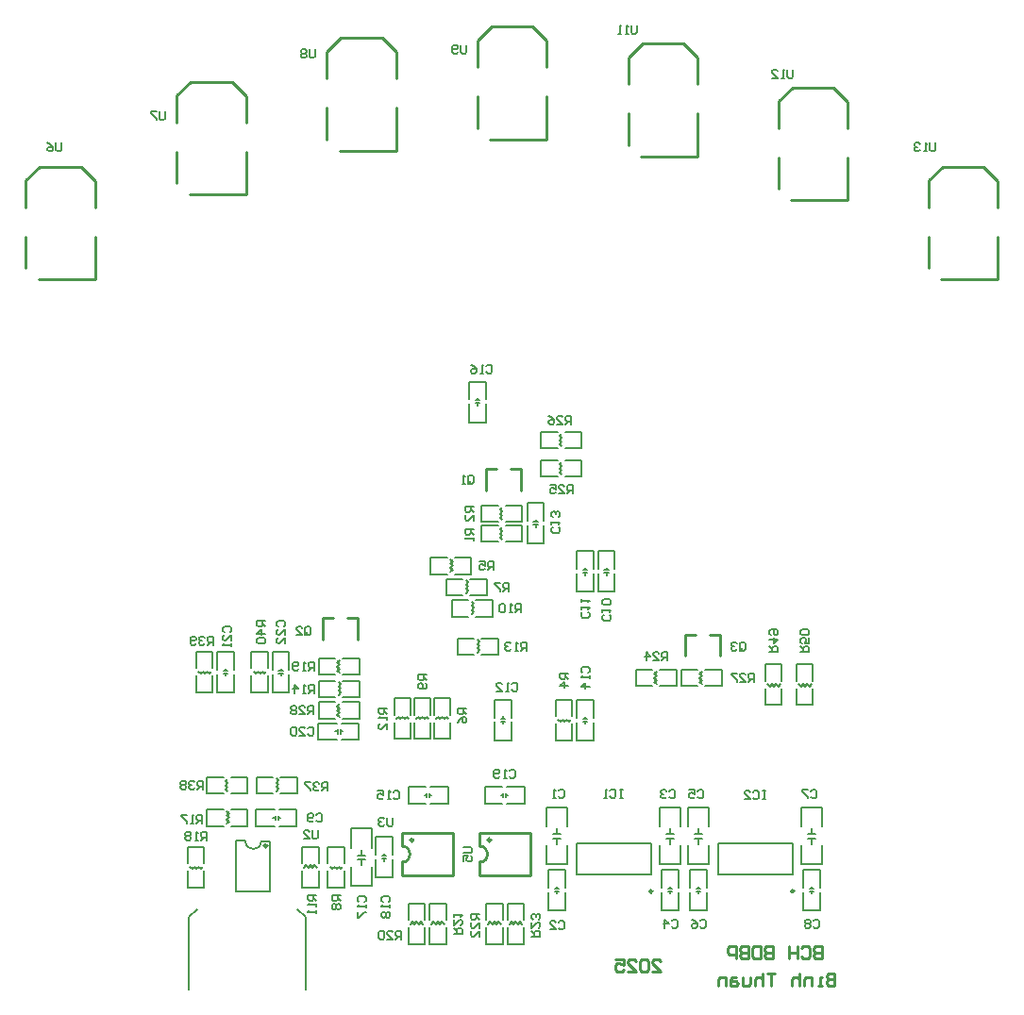
<source format=gbo>
G04*
G04 #@! TF.GenerationSoftware,Altium Limited,Altium Designer,23.1.1 (15)*
G04*
G04 Layer_Color=32896*
%FSAX25Y25*%
%MOIN*%
G70*
G04*
G04 #@! TF.SameCoordinates,B82E7E18-3205-491C-BA0E-7F24CF85224E*
G04*
G04*
G04 #@! TF.FilePolarity,Positive*
G04*
G01*
G75*
%ADD10C,0.00787*%
%ADD12C,0.00984*%
%ADD14C,0.00591*%
%ADD15C,0.01000*%
%ADD115C,0.00500*%
G36*
X0094404Y0063050D02*
X0094515D01*
X0094719Y0063134D01*
X0094876Y0063291D01*
X0094961Y0063495D01*
Y0063606D01*
Y0063717D01*
X0094876Y0063922D01*
X0094719Y0064078D01*
X0094515Y0064163D01*
X0094404D01*
X0094293D01*
X0094089Y0064078D01*
X0093932Y0063922D01*
X0093847Y0063717D01*
Y0063606D01*
Y0063495D01*
X0093932Y0063291D01*
X0094089Y0063134D01*
X0094293Y0063050D01*
X0094404D01*
D01*
D02*
G37*
G36*
X0146701Y0065701D02*
Y0065812D01*
X0146616Y0066017D01*
X0146459Y0066173D01*
X0146255Y0066258D01*
X0146144D01*
X0146033D01*
X0145829Y0066173D01*
X0145672Y0066017D01*
X0145587Y0065812D01*
Y0065701D01*
Y0065591D01*
X0145672Y0065386D01*
X0145829Y0065229D01*
X0146033Y0065144D01*
X0146144D01*
X0146255D01*
X0146459Y0065229D01*
X0146616Y0065386D01*
X0146701Y0065591D01*
Y0065701D01*
D01*
D02*
G37*
G36*
X0174098D02*
Y0065812D01*
X0174014Y0066017D01*
X0173857Y0066173D01*
X0173652Y0066258D01*
X0173542D01*
X0173431D01*
X0173226Y0066173D01*
X0173070Y0066017D01*
X0172985Y0065812D01*
Y0065701D01*
Y0065591D01*
X0173070Y0065386D01*
X0173226Y0065229D01*
X0173431Y0065144D01*
X0173542D01*
X0173652D01*
X0173857Y0065229D01*
X0174014Y0065386D01*
X0174098Y0065591D01*
Y0065701D01*
D01*
D02*
G37*
D10*
X0254311Y0053488D02*
Y0064512D01*
X0280689Y0053488D02*
Y0064512D01*
X0254311D02*
X0280689D01*
X0254311Y0053488D02*
X0280689D01*
X0204311Y0053405D02*
Y0064429D01*
X0230689Y0053405D02*
Y0064429D01*
X0204311D02*
X0230689D01*
X0204311Y0053405D02*
X0230689D01*
X0196250Y0067750D02*
X0198750D01*
X0197500Y0064250D02*
Y0066000D01*
Y0068000D02*
Y0069750D01*
X0196250Y0066250D02*
X0198750D01*
X0127250Y0060250D02*
X0129750D01*
X0128500Y0056750D02*
Y0058500D01*
Y0060500D02*
Y0062250D01*
X0127250Y0058750D02*
X0129750D01*
X0105717Y0041248D02*
X0108669Y0038295D01*
X0067331D02*
X0070284Y0041248D01*
X0067331Y0012705D02*
Y0038295D01*
X0108669Y0012705D02*
Y0038295D01*
X0286250Y0066250D02*
X0288750D01*
X0287500Y0068000D02*
Y0069750D01*
Y0064250D02*
Y0066000D01*
X0286250Y0067750D02*
X0288750D01*
X0246250Y0066250D02*
X0248750D01*
X0247500Y0068000D02*
Y0069750D01*
Y0064250D02*
Y0066000D01*
X0246250Y0067750D02*
X0248750D01*
X0236250Y0066250D02*
X0238750D01*
X0237500Y0068000D02*
Y0069750D01*
Y0064250D02*
Y0066000D01*
X0236250Y0067750D02*
X0238750D01*
X0111499Y0110001D02*
Y0112999D01*
X0109999D01*
X0109499Y0112500D01*
Y0111500D01*
X0109999Y0111000D01*
X0111499D01*
X0110499D02*
X0109499Y0110001D01*
X0106500D02*
X0108500D01*
X0106500Y0112000D01*
Y0112500D01*
X0107000Y0112999D01*
X0108000D01*
X0108500Y0112500D01*
X0105501D02*
X0105001Y0112999D01*
X0104001D01*
X0103501Y0112500D01*
Y0112000D01*
X0104001Y0111500D01*
X0103501Y0111000D01*
Y0110500D01*
X0104001Y0110001D01*
X0105001D01*
X0105501Y0110500D01*
Y0111000D01*
X0105001Y0111500D01*
X0105501Y0112000D01*
Y0112500D01*
X0105001Y0111500D02*
X0104001D01*
X0109499Y0105000D02*
X0109999Y0105499D01*
X0110999D01*
X0111499Y0105000D01*
Y0103000D01*
X0110999Y0102500D01*
X0109999D01*
X0109499Y0103000D01*
X0106500Y0102500D02*
X0108500D01*
X0106500Y0104500D01*
Y0105000D01*
X0107000Y0105499D01*
X0108000D01*
X0108500Y0105000D01*
X0105501D02*
X0105001Y0105499D01*
X0104001D01*
X0103501Y0105000D01*
Y0103000D01*
X0104001Y0102500D01*
X0105001D01*
X0105501Y0103000D01*
Y0105000D01*
X0111749Y0117500D02*
Y0120500D01*
X0110249D01*
X0109749Y0120000D01*
Y0119000D01*
X0110249Y0118500D01*
X0111749D01*
X0110749D02*
X0109749Y0117500D01*
X0108750D02*
X0107750D01*
X0108250D01*
Y0120500D01*
X0108750Y0120000D01*
X0104751Y0117500D02*
Y0120500D01*
X0106251Y0119000D01*
X0104251D01*
X0111749Y0125501D02*
Y0128499D01*
X0110249D01*
X0109749Y0128000D01*
Y0127000D01*
X0110249Y0126500D01*
X0111749D01*
X0110749D02*
X0109749Y0125501D01*
X0108750D02*
X0107750D01*
X0108250D01*
Y0128499D01*
X0108750Y0128000D01*
X0106251Y0126000D02*
X0105751Y0125501D01*
X0104751D01*
X0104251Y0126000D01*
Y0128000D01*
X0104751Y0128499D01*
X0105751D01*
X0106251Y0128000D01*
Y0127500D01*
X0105751Y0127000D01*
X0104251D01*
X0112999Y0068999D02*
Y0066500D01*
X0112499Y0066000D01*
X0111500D01*
X0111000Y0066500D01*
Y0068999D01*
X0108001Y0066000D02*
X0110000D01*
X0108001Y0068000D01*
Y0068500D01*
X0108501Y0068999D01*
X0109500D01*
X0110000Y0068500D01*
X0112500Y0074500D02*
X0113000Y0074999D01*
X0113999D01*
X0114499Y0074500D01*
Y0072500D01*
X0113999Y0072000D01*
X0113000D01*
X0112500Y0072500D01*
X0111500D02*
X0111000Y0072000D01*
X0110001D01*
X0109501Y0072500D01*
Y0074500D01*
X0110001Y0074999D01*
X0111000D01*
X0111500Y0074500D01*
Y0074000D01*
X0111000Y0073500D01*
X0109501D01*
X0116499Y0083000D02*
Y0086000D01*
X0114999D01*
X0114499Y0085500D01*
Y0084500D01*
X0114999Y0084000D01*
X0116499D01*
X0115499D02*
X0114499Y0083000D01*
X0113500Y0085500D02*
X0113000Y0086000D01*
X0112000D01*
X0111500Y0085500D01*
Y0085000D01*
X0112000Y0084500D01*
X0112500D01*
X0112000D01*
X0111500Y0084000D01*
Y0083500D01*
X0112000Y0083000D01*
X0113000D01*
X0113500Y0083500D01*
X0110501Y0086000D02*
X0108501D01*
Y0085500D01*
X0110501Y0083500D01*
Y0083000D01*
X0164500Y0062999D02*
X0167000D01*
X0167499Y0062499D01*
Y0061500D01*
X0167000Y0061000D01*
X0164500D01*
Y0058001D02*
Y0060000D01*
X0166000D01*
X0165500Y0059000D01*
Y0058501D01*
X0166000Y0058001D01*
X0167000D01*
X0167499Y0058501D01*
Y0059500D01*
X0167000Y0060000D01*
X0180749Y0090000D02*
X0181249Y0090500D01*
X0182249D01*
X0182749Y0090000D01*
Y0088000D01*
X0182249Y0087501D01*
X0181249D01*
X0180749Y0088000D01*
X0179750Y0087501D02*
X0178750D01*
X0179250D01*
Y0090500D01*
X0179750Y0090000D01*
X0177251Y0088000D02*
X0176751Y0087501D01*
X0175751D01*
X0175251Y0088000D01*
Y0090000D01*
X0175751Y0090500D01*
X0176751D01*
X0177251Y0090000D01*
Y0089500D01*
X0176751Y0089000D01*
X0175251D01*
X0206500Y0124749D02*
X0206000Y0125249D01*
Y0126249D01*
X0206500Y0126749D01*
X0208500D01*
X0208999Y0126249D01*
Y0125249D01*
X0208500Y0124749D01*
X0208999Y0123750D02*
Y0122750D01*
Y0123250D01*
X0206000D01*
X0206500Y0123750D01*
X0208999Y0119751D02*
X0206000D01*
X0207500Y0121251D01*
Y0119251D01*
X0201500Y0124499D02*
X0198501D01*
Y0123000D01*
X0199000Y0122500D01*
X0200000D01*
X0200500Y0123000D01*
Y0124499D01*
Y0123500D02*
X0201500Y0122500D01*
Y0120001D02*
X0198501D01*
X0200000Y0121500D01*
Y0119501D01*
X0236499Y0129000D02*
Y0132000D01*
X0234999D01*
X0234499Y0131500D01*
Y0130500D01*
X0234999Y0130000D01*
X0236499D01*
X0235499D02*
X0234499Y0129000D01*
X0231500D02*
X0233500D01*
X0231500Y0131000D01*
Y0131500D01*
X0232000Y0132000D01*
X0233000D01*
X0233500Y0131500D01*
X0229001Y0129000D02*
Y0132000D01*
X0230501Y0130500D01*
X0228501D01*
X0262000Y0133000D02*
Y0135000D01*
X0262500Y0135500D01*
X0263499D01*
X0263999Y0135000D01*
Y0133000D01*
X0263499Y0132501D01*
X0262500D01*
X0263000Y0133500D02*
X0262000Y0132501D01*
X0262500D02*
X0262000Y0133000D01*
X0261000Y0135000D02*
X0260500Y0135500D01*
X0259501D01*
X0259001Y0135000D01*
Y0134500D01*
X0259501Y0134000D01*
X0260000D01*
X0259501D01*
X0259001Y0133500D01*
Y0133000D01*
X0259501Y0132501D01*
X0260500D01*
X0261000Y0133000D01*
X0266999Y0121501D02*
Y0124499D01*
X0265499D01*
X0264999Y0124000D01*
Y0123000D01*
X0265499Y0122500D01*
X0266999D01*
X0265999D02*
X0264999Y0121501D01*
X0262000D02*
X0264000D01*
X0262000Y0123500D01*
Y0124000D01*
X0262500Y0124499D01*
X0263500D01*
X0264000Y0124000D01*
X0261001Y0124499D02*
X0259001D01*
Y0124000D01*
X0261001Y0122000D01*
Y0121501D01*
X0272500Y0132001D02*
X0275500D01*
Y0133501D01*
X0275000Y0134001D01*
X0274000D01*
X0273500Y0133501D01*
Y0132001D01*
Y0133001D02*
X0272500Y0134001D01*
Y0136500D02*
X0275500D01*
X0274000Y0135000D01*
Y0137000D01*
X0273000Y0137999D02*
X0272500Y0138499D01*
Y0139499D01*
X0273000Y0139999D01*
X0275000D01*
X0275500Y0139499D01*
Y0138499D01*
X0275000Y0137999D01*
X0274500D01*
X0274000Y0138499D01*
Y0139999D01*
X0283501Y0132001D02*
X0286500D01*
Y0133501D01*
X0286000Y0134001D01*
X0285000D01*
X0284500Y0133501D01*
Y0132001D01*
Y0133001D02*
X0283501Y0134001D01*
X0286500Y0137000D02*
Y0135000D01*
X0285000D01*
X0285500Y0136000D01*
Y0136500D01*
X0285000Y0137000D01*
X0284000D01*
X0283501Y0136500D01*
Y0135500D01*
X0284000Y0135000D01*
X0286000Y0137999D02*
X0286500Y0138499D01*
Y0139499D01*
X0286000Y0139999D01*
X0284000D01*
X0283501Y0139499D01*
Y0138499D01*
X0284000Y0137999D01*
X0286000D01*
X0072499Y0083500D02*
Y0086500D01*
X0070999D01*
X0070499Y0086000D01*
Y0085000D01*
X0070999Y0084500D01*
X0072499D01*
X0071499D02*
X0070499Y0083500D01*
X0069500Y0086000D02*
X0069000Y0086500D01*
X0068000D01*
X0067500Y0086000D01*
Y0085500D01*
X0068000Y0085000D01*
X0068500D01*
X0068000D01*
X0067500Y0084500D01*
Y0084000D01*
X0068000Y0083500D01*
X0069000D01*
X0069500Y0084000D01*
X0066501Y0086000D02*
X0066001Y0086500D01*
X0065001D01*
X0064501Y0086000D01*
Y0085500D01*
X0065001Y0085000D01*
X0064501Y0084500D01*
Y0084000D01*
X0065001Y0083500D01*
X0066001D01*
X0066501Y0084000D01*
Y0084500D01*
X0066001Y0085000D01*
X0066501Y0085500D01*
Y0086000D01*
X0066001Y0085000D02*
X0065001D01*
X0073749Y0065500D02*
Y0068499D01*
X0072249D01*
X0071749Y0068000D01*
Y0067000D01*
X0072249Y0066500D01*
X0073749D01*
X0072749D02*
X0071749Y0065500D01*
X0070750D02*
X0069750D01*
X0070250D01*
Y0068499D01*
X0070750Y0068000D01*
X0068251D02*
X0067751Y0068499D01*
X0066751D01*
X0066251Y0068000D01*
Y0067500D01*
X0066751Y0067000D01*
X0066251Y0066500D01*
Y0066000D01*
X0066751Y0065500D01*
X0067751D01*
X0068251Y0066000D01*
Y0066500D01*
X0067751Y0067000D01*
X0068251Y0067500D01*
Y0068000D01*
X0067751Y0067000D02*
X0066751D01*
X0072249Y0071500D02*
Y0074499D01*
X0070749D01*
X0070249Y0074000D01*
Y0073000D01*
X0070749Y0072500D01*
X0072249D01*
X0071249D02*
X0070249Y0071500D01*
X0069250D02*
X0068250D01*
X0068750D01*
Y0074499D01*
X0069250Y0074000D01*
X0066751Y0074499D02*
X0064751D01*
Y0074000D01*
X0066751Y0072000D01*
Y0071500D01*
X0271249Y0082999D02*
X0270249D01*
X0270749D01*
Y0080001D01*
X0271249D01*
X0270249D01*
X0266750Y0082500D02*
X0267250Y0082999D01*
X0268250D01*
X0268750Y0082500D01*
Y0080500D01*
X0268250Y0080001D01*
X0267250D01*
X0266750Y0080500D01*
X0263751Y0080001D02*
X0265751D01*
X0263751Y0082000D01*
Y0082500D01*
X0264251Y0082999D01*
X0265251D01*
X0265751Y0082500D01*
X0288000Y0037000D02*
X0288500Y0037499D01*
X0289499D01*
X0289999Y0037000D01*
Y0035000D01*
X0289499Y0034501D01*
X0288500D01*
X0288000Y0035000D01*
X0287000Y0037000D02*
X0286500Y0037499D01*
X0285501D01*
X0285001Y0037000D01*
Y0036500D01*
X0285501Y0036000D01*
X0285001Y0035500D01*
Y0035000D01*
X0285501Y0034501D01*
X0286500D01*
X0287000Y0035000D01*
Y0035500D01*
X0286500Y0036000D01*
X0287000Y0036500D01*
Y0037000D01*
X0286500Y0036000D02*
X0285501D01*
X0238000Y0037000D02*
X0238500Y0037499D01*
X0239499D01*
X0239999Y0037000D01*
Y0035000D01*
X0239499Y0034501D01*
X0238500D01*
X0238000Y0035000D01*
X0235501Y0034501D02*
Y0037499D01*
X0237000Y0036000D01*
X0235001D01*
X0248000Y0037000D02*
X0248500Y0037499D01*
X0249499D01*
X0249999Y0037000D01*
Y0035000D01*
X0249499Y0034501D01*
X0248500D01*
X0248000Y0035000D01*
X0245001Y0037499D02*
X0246001Y0037000D01*
X0247000Y0036000D01*
Y0035000D01*
X0246500Y0034501D01*
X0245501D01*
X0245001Y0035000D01*
Y0035500D01*
X0245501Y0036000D01*
X0247000D01*
X0220749Y0083499D02*
X0219749D01*
X0220249D01*
Y0080501D01*
X0220749D01*
X0219749D01*
X0216250Y0083000D02*
X0216750Y0083499D01*
X0217750D01*
X0218250Y0083000D01*
Y0081000D01*
X0217750Y0080501D01*
X0216750D01*
X0216250Y0081000D01*
X0215251Y0080501D02*
X0214251D01*
X0214751D01*
Y0083499D01*
X0215251Y0083000D01*
X0198000D02*
X0198500Y0083499D01*
X0199499D01*
X0199999Y0083000D01*
Y0081000D01*
X0199499Y0080501D01*
X0198500D01*
X0198000Y0081000D01*
X0197000Y0080501D02*
X0196001D01*
X0196501D01*
Y0083499D01*
X0197000Y0083000D01*
X0198000Y0036500D02*
X0198500Y0036999D01*
X0199499D01*
X0199999Y0036500D01*
Y0034500D01*
X0199499Y0034001D01*
X0198500D01*
X0198000Y0034500D01*
X0195001Y0034001D02*
X0197000D01*
X0195001Y0036000D01*
Y0036500D01*
X0195501Y0036999D01*
X0196500D01*
X0197000Y0036500D01*
X0170000Y0039499D02*
X0167000D01*
Y0037999D01*
X0167500Y0037499D01*
X0168500D01*
X0169000Y0037999D01*
Y0039499D01*
Y0038499D02*
X0170000Y0037499D01*
Y0034500D02*
Y0036500D01*
X0168000Y0034500D01*
X0167500D01*
X0167000Y0035000D01*
Y0036000D01*
X0167500Y0036500D01*
X0170000Y0031501D02*
Y0033501D01*
X0168000Y0031501D01*
X0167500D01*
X0167000Y0032001D01*
Y0033001D01*
X0167500Y0033501D01*
X0188500Y0031501D02*
X0191499D01*
Y0033001D01*
X0191000Y0033501D01*
X0190000D01*
X0189500Y0033001D01*
Y0031501D01*
Y0032501D02*
X0188500Y0033501D01*
Y0036500D02*
Y0034500D01*
X0190500Y0036500D01*
X0191000D01*
X0191499Y0036000D01*
Y0035000D01*
X0191000Y0034500D01*
Y0037499D02*
X0191499Y0037999D01*
Y0038999D01*
X0191000Y0039499D01*
X0190500D01*
X0190000Y0038999D01*
Y0038499D01*
Y0038999D01*
X0189500Y0039499D01*
X0189000D01*
X0188500Y0038999D01*
Y0037999D01*
X0189000Y0037499D01*
X0139749Y0082500D02*
X0140249Y0082999D01*
X0141249D01*
X0141749Y0082500D01*
Y0080500D01*
X0141249Y0080001D01*
X0140249D01*
X0139749Y0080500D01*
X0138750Y0080001D02*
X0137750D01*
X0138250D01*
Y0082999D01*
X0138750Y0082500D01*
X0134251Y0082999D02*
X0136251D01*
Y0081500D01*
X0135251Y0082000D01*
X0134751D01*
X0134251Y0081500D01*
Y0080500D01*
X0134751Y0080001D01*
X0135751D01*
X0136251Y0080500D01*
X0139499Y0073500D02*
Y0071000D01*
X0138999Y0070500D01*
X0138000D01*
X0137500Y0071000D01*
Y0073500D01*
X0136500Y0073000D02*
X0136000Y0073500D01*
X0135001D01*
X0134501Y0073000D01*
Y0072500D01*
X0135001Y0072000D01*
X0135501D01*
X0135001D01*
X0134501Y0071500D01*
Y0071000D01*
X0135001Y0070500D01*
X0136000D01*
X0136500Y0071000D01*
X0136000Y0043749D02*
X0135501Y0044249D01*
Y0045249D01*
X0136000Y0045749D01*
X0138000D01*
X0138499Y0045249D01*
Y0044249D01*
X0138000Y0043749D01*
X0138499Y0042750D02*
Y0041750D01*
Y0042250D01*
X0135501D01*
X0136000Y0042750D01*
Y0040251D02*
X0135501Y0039751D01*
Y0038751D01*
X0136000Y0038251D01*
X0136500D01*
X0137000Y0038751D01*
X0137500Y0038251D01*
X0138000D01*
X0138499Y0038751D01*
Y0039751D01*
X0138000Y0040251D01*
X0137500D01*
X0137000Y0039751D01*
X0136500Y0040251D01*
X0136000D01*
X0137000Y0039751D02*
Y0038751D01*
X0127500Y0043749D02*
X0127000Y0044249D01*
Y0045249D01*
X0127500Y0045749D01*
X0129500D01*
X0129999Y0045249D01*
Y0044249D01*
X0129500Y0043749D01*
X0129999Y0042750D02*
Y0041750D01*
Y0042250D01*
X0127000D01*
X0127500Y0042750D01*
X0127000Y0040251D02*
Y0038251D01*
X0127500D01*
X0129500Y0040251D01*
X0129999D01*
X0112499Y0046249D02*
X0109501D01*
Y0044749D01*
X0110000Y0044250D01*
X0111000D01*
X0111500Y0044749D01*
Y0046249D01*
Y0045249D02*
X0112499Y0044250D01*
Y0043250D02*
Y0042250D01*
Y0042750D01*
X0109501D01*
X0110000Y0043250D01*
X0112499Y0040751D02*
Y0039751D01*
Y0040251D01*
X0109501D01*
X0110000Y0040751D01*
X0121000Y0045999D02*
X0118000D01*
Y0044500D01*
X0118500Y0044000D01*
X0119500D01*
X0120000Y0044500D01*
Y0045999D01*
Y0045000D02*
X0121000Y0044000D01*
X0118500Y0043000D02*
X0118000Y0042500D01*
Y0041501D01*
X0118500Y0041001D01*
X0119000D01*
X0119500Y0041501D01*
X0120000Y0041001D01*
X0120500D01*
X0121000Y0041501D01*
Y0042500D01*
X0120500Y0043000D01*
X0120000D01*
X0119500Y0042500D01*
X0119000Y0043000D01*
X0118500D01*
X0119500Y0042500D02*
Y0041501D01*
X0331249Y0312000D02*
Y0309500D01*
X0330749Y0309000D01*
X0329749D01*
X0329249Y0309500D01*
Y0312000D01*
X0328250Y0309000D02*
X0327250D01*
X0327750D01*
Y0312000D01*
X0328250Y0311500D01*
X0325751D02*
X0325251Y0312000D01*
X0324251D01*
X0323751Y0311500D01*
Y0311000D01*
X0324251Y0310500D01*
X0324751D01*
X0324251D01*
X0323751Y0310000D01*
Y0309500D01*
X0324251Y0309000D01*
X0325251D01*
X0325751Y0309500D01*
X0280800Y0337899D02*
Y0335400D01*
X0280300Y0334900D01*
X0279300D01*
X0278801Y0335400D01*
Y0337899D01*
X0277801Y0334900D02*
X0276801D01*
X0277301D01*
Y0337899D01*
X0277801Y0337399D01*
X0273302Y0334900D02*
X0275302D01*
X0273302Y0336899D01*
Y0337399D01*
X0273802Y0337899D01*
X0274802D01*
X0275302Y0337399D01*
X0225749Y0353500D02*
Y0351000D01*
X0225249Y0350500D01*
X0224249D01*
X0223750Y0351000D01*
Y0353500D01*
X0222750Y0350500D02*
X0221750D01*
X0222250D01*
Y0353500D01*
X0222750Y0353000D01*
X0220251Y0350500D02*
X0219251D01*
X0219751D01*
Y0353500D01*
X0220251Y0353000D01*
X0165499Y0346499D02*
Y0344000D01*
X0164999Y0343500D01*
X0164000D01*
X0163500Y0344000D01*
Y0346499D01*
X0162500Y0344000D02*
X0162000Y0343500D01*
X0161001D01*
X0160501Y0344000D01*
Y0346000D01*
X0161001Y0346499D01*
X0162000D01*
X0162500Y0346000D01*
Y0345500D01*
X0162000Y0345000D01*
X0160501D01*
X0111999Y0345000D02*
Y0342500D01*
X0111499Y0342001D01*
X0110500D01*
X0110000Y0342500D01*
Y0345000D01*
X0109000Y0344500D02*
X0108500Y0345000D01*
X0107501D01*
X0107001Y0344500D01*
Y0344000D01*
X0107501Y0343500D01*
X0107001Y0343000D01*
Y0342500D01*
X0107501Y0342001D01*
X0108500D01*
X0109000Y0342500D01*
Y0343000D01*
X0108500Y0343500D01*
X0109000Y0344000D01*
Y0344500D01*
X0108500Y0343500D02*
X0107501D01*
X0058999Y0323000D02*
Y0320500D01*
X0058499Y0320001D01*
X0057500D01*
X0057000Y0320500D01*
Y0323000D01*
X0056000D02*
X0054001D01*
Y0322500D01*
X0056000Y0320500D01*
Y0320001D01*
X0022499Y0312000D02*
Y0309500D01*
X0021999Y0309000D01*
X0021000D01*
X0020500Y0309500D01*
Y0312000D01*
X0017501D02*
X0018500Y0311500D01*
X0019500Y0310500D01*
Y0309500D01*
X0019000Y0309000D01*
X0018001D01*
X0017501Y0309500D01*
Y0310000D01*
X0018001Y0310500D01*
X0019500D01*
X0094499Y0142999D02*
X0091501D01*
Y0141499D01*
X0092000Y0140999D01*
X0093000D01*
X0093500Y0141499D01*
Y0142999D01*
Y0141999D02*
X0094499Y0140999D01*
Y0138500D02*
X0091501D01*
X0093000Y0140000D01*
Y0138000D01*
X0092000Y0137001D02*
X0091501Y0136501D01*
Y0135501D01*
X0092000Y0135001D01*
X0094000D01*
X0094499Y0135501D01*
Y0136501D01*
X0094000Y0137001D01*
X0092000D01*
X0075999Y0134501D02*
Y0137499D01*
X0074499D01*
X0073999Y0137000D01*
Y0136000D01*
X0074499Y0135500D01*
X0075999D01*
X0074999D02*
X0073999Y0134501D01*
X0073000Y0137000D02*
X0072500Y0137499D01*
X0071500D01*
X0071000Y0137000D01*
Y0136500D01*
X0071500Y0136000D01*
X0072000D01*
X0071500D01*
X0071000Y0135500D01*
Y0135000D01*
X0071500Y0134501D01*
X0072500D01*
X0073000Y0135000D01*
X0070001D02*
X0069501Y0134501D01*
X0068501D01*
X0068001Y0135000D01*
Y0137000D01*
X0068501Y0137499D01*
X0069501D01*
X0070001Y0137000D01*
Y0136500D01*
X0069501Y0136000D01*
X0068001D01*
X0202499Y0212501D02*
Y0215499D01*
X0200999D01*
X0200499Y0215000D01*
Y0214000D01*
X0200999Y0213500D01*
X0202499D01*
X0201499D02*
X0200499Y0212501D01*
X0197500D02*
X0199500D01*
X0197500Y0214500D01*
Y0215000D01*
X0198000Y0215499D01*
X0199000D01*
X0199500Y0215000D01*
X0194501Y0215499D02*
X0195501Y0215000D01*
X0196501Y0214000D01*
Y0213000D01*
X0196001Y0212501D01*
X0195001D01*
X0194501Y0213000D01*
Y0213500D01*
X0195001Y0214000D01*
X0196501D01*
X0202999Y0188001D02*
Y0190999D01*
X0201499D01*
X0200999Y0190500D01*
Y0189500D01*
X0201499Y0189000D01*
X0202999D01*
X0201999D02*
X0200999Y0188001D01*
X0198000D02*
X0200000D01*
X0198000Y0190000D01*
Y0190500D01*
X0198500Y0190999D01*
X0199500D01*
X0200000Y0190500D01*
X0195001Y0190999D02*
X0197001D01*
Y0189500D01*
X0196001Y0190000D01*
X0195501D01*
X0195001Y0189500D01*
Y0188500D01*
X0195501Y0188001D01*
X0196501D01*
X0197001Y0188500D01*
X0161001Y0032501D02*
X0163999D01*
Y0034001D01*
X0163500Y0034501D01*
X0162500D01*
X0162000Y0034001D01*
Y0032501D01*
Y0033501D02*
X0161001Y0034501D01*
Y0037499D02*
Y0035500D01*
X0163000Y0037499D01*
X0163500D01*
X0163999Y0037000D01*
Y0036000D01*
X0163500Y0035500D01*
X0161001Y0038499D02*
Y0039499D01*
Y0038999D01*
X0163999D01*
X0163500Y0038499D01*
X0142499Y0030501D02*
Y0033500D01*
X0140999D01*
X0140499Y0033000D01*
Y0032000D01*
X0140999Y0031500D01*
X0142499D01*
X0141499D02*
X0140499Y0030501D01*
X0137500D02*
X0139500D01*
X0137500Y0032500D01*
Y0033000D01*
X0138000Y0033500D01*
X0139000D01*
X0139500Y0033000D01*
X0136501D02*
X0136001Y0033500D01*
X0135001D01*
X0134501Y0033000D01*
Y0031000D01*
X0135001Y0030501D01*
X0136001D01*
X0136501Y0031000D01*
Y0033000D01*
X0186749Y0132501D02*
Y0135500D01*
X0185249D01*
X0184749Y0135000D01*
Y0134000D01*
X0185249Y0133500D01*
X0186749D01*
X0185749D02*
X0184749Y0132501D01*
X0183750D02*
X0182750D01*
X0183250D01*
Y0135500D01*
X0183750Y0135000D01*
X0181251D02*
X0180751Y0135500D01*
X0179751D01*
X0179251Y0135000D01*
Y0134500D01*
X0179751Y0134000D01*
X0180251D01*
X0179751D01*
X0179251Y0133500D01*
Y0133000D01*
X0179751Y0132501D01*
X0180751D01*
X0181251Y0133000D01*
X0137499Y0112249D02*
X0134501D01*
Y0110749D01*
X0135000Y0110249D01*
X0136000D01*
X0136500Y0110749D01*
Y0112249D01*
Y0111249D02*
X0137499Y0110249D01*
Y0109250D02*
Y0108250D01*
Y0108750D01*
X0134501D01*
X0135000Y0109250D01*
X0137499Y0104751D02*
Y0106751D01*
X0135500Y0104751D01*
X0135000D01*
X0134501Y0105251D01*
Y0106251D01*
X0135000Y0106751D01*
X0184749Y0146001D02*
Y0149000D01*
X0183249D01*
X0182749Y0148500D01*
Y0147500D01*
X0183249Y0147000D01*
X0184749D01*
X0183749D02*
X0182749Y0146001D01*
X0181750D02*
X0180750D01*
X0181250D01*
Y0149000D01*
X0181750Y0148500D01*
X0179251D02*
X0178751Y0149000D01*
X0177751D01*
X0177251Y0148500D01*
Y0146500D01*
X0177751Y0146001D01*
X0178751D01*
X0179251Y0146500D01*
Y0148500D01*
X0151499Y0123999D02*
X0148501D01*
Y0122500D01*
X0149000Y0122000D01*
X0150000D01*
X0150500Y0122500D01*
Y0123999D01*
Y0123000D02*
X0151499Y0122000D01*
X0151000Y0121000D02*
X0151499Y0120500D01*
Y0119501D01*
X0151000Y0119001D01*
X0149000D01*
X0148501Y0119501D01*
Y0120500D01*
X0149000Y0121000D01*
X0149500D01*
X0150000Y0120500D01*
Y0119001D01*
X0180499Y0153500D02*
Y0156500D01*
X0179000D01*
X0178500Y0156000D01*
Y0155000D01*
X0179000Y0154500D01*
X0180499D01*
X0179499D02*
X0178500Y0153500D01*
X0177500Y0156500D02*
X0175501D01*
Y0156000D01*
X0177500Y0154000D01*
Y0153500D01*
X0165499Y0111999D02*
X0162501D01*
Y0110500D01*
X0163000Y0110000D01*
X0164000D01*
X0164500Y0110500D01*
Y0111999D01*
Y0111000D02*
X0165499Y0110000D01*
X0162501Y0107001D02*
X0163000Y0108001D01*
X0164000Y0109000D01*
X0165000D01*
X0165499Y0108500D01*
Y0107501D01*
X0165000Y0107001D01*
X0164500D01*
X0164000Y0107501D01*
Y0109000D01*
X0174999Y0161001D02*
Y0163999D01*
X0173500D01*
X0173000Y0163500D01*
Y0162500D01*
X0173500Y0162000D01*
X0174999D01*
X0174000D02*
X0173000Y0161001D01*
X0170001Y0163999D02*
X0172000D01*
Y0162500D01*
X0171001Y0163000D01*
X0170501D01*
X0170001Y0162500D01*
Y0161500D01*
X0170501Y0161001D01*
X0171500D01*
X0172000Y0161500D01*
X0167999Y0183499D02*
X0165000D01*
Y0182000D01*
X0165500Y0181500D01*
X0166500D01*
X0167000Y0182000D01*
Y0183499D01*
Y0182500D02*
X0167999Y0181500D01*
Y0178501D02*
Y0180500D01*
X0166000Y0178501D01*
X0165500D01*
X0165000Y0179001D01*
Y0180000D01*
X0165500Y0180500D01*
X0167999Y0175499D02*
X0165000D01*
Y0174000D01*
X0165500Y0173500D01*
X0166500D01*
X0167000Y0174000D01*
Y0175499D01*
Y0174500D02*
X0167999Y0173500D01*
Y0172500D02*
Y0171501D01*
Y0172001D01*
X0165000D01*
X0165500Y0172500D01*
X0108500Y0138500D02*
Y0140500D01*
X0109000Y0140999D01*
X0109999D01*
X0110499Y0140500D01*
Y0138500D01*
X0109999Y0138001D01*
X0109000D01*
X0109500Y0139000D02*
X0108500Y0138001D01*
X0109000D02*
X0108500Y0138500D01*
X0105501Y0138001D02*
X0107500D01*
X0105501Y0140000D01*
Y0140500D01*
X0106001Y0140999D01*
X0107000D01*
X0107500Y0140500D01*
X0166000Y0192000D02*
Y0194000D01*
X0166500Y0194500D01*
X0167499D01*
X0167999Y0194000D01*
Y0192000D01*
X0167499Y0191500D01*
X0166500D01*
X0167000Y0192500D02*
X0166000Y0191500D01*
X0166500D02*
X0166000Y0192000D01*
X0165000Y0191500D02*
X0164001D01*
X0164500D01*
Y0194500D01*
X0165000Y0194000D01*
X0099000Y0140999D02*
X0098501Y0141499D01*
Y0142499D01*
X0099000Y0142999D01*
X0101000D01*
X0101499Y0142499D01*
Y0141499D01*
X0101000Y0140999D01*
X0101499Y0138000D02*
Y0140000D01*
X0099500Y0138000D01*
X0099000D01*
X0098501Y0138500D01*
Y0139500D01*
X0099000Y0140000D01*
X0101499Y0135001D02*
Y0137001D01*
X0099500Y0135001D01*
X0099000D01*
X0098501Y0135501D01*
Y0136501D01*
X0099000Y0137001D01*
X0080000Y0138999D02*
X0079501Y0139499D01*
Y0140499D01*
X0080000Y0140999D01*
X0082000D01*
X0082499Y0140499D01*
Y0139499D01*
X0082000Y0138999D01*
X0082499Y0136001D02*
Y0138000D01*
X0080500Y0136001D01*
X0080000D01*
X0079501Y0136500D01*
Y0137500D01*
X0080000Y0138000D01*
X0082499Y0135001D02*
Y0134001D01*
Y0134501D01*
X0079501D01*
X0080000Y0135001D01*
X0172601Y0233099D02*
X0173100Y0233599D01*
X0174100D01*
X0174600Y0233099D01*
Y0231100D01*
X0174100Y0230600D01*
X0173100D01*
X0172601Y0231100D01*
X0171601Y0230600D02*
X0170601D01*
X0171101D01*
Y0233599D01*
X0171601Y0233099D01*
X0167102Y0233599D02*
X0168102Y0233099D01*
X0169102Y0232100D01*
Y0231100D01*
X0168602Y0230600D01*
X0167602D01*
X0167102Y0231100D01*
Y0231600D01*
X0167602Y0232100D01*
X0169102D01*
X0198000Y0176251D02*
X0198500Y0175751D01*
Y0174751D01*
X0198000Y0174251D01*
X0196000D01*
X0195501Y0174751D01*
Y0175751D01*
X0196000Y0176251D01*
X0195501Y0177250D02*
Y0178250D01*
Y0177750D01*
X0198500D01*
X0198000Y0177250D01*
Y0179749D02*
X0198500Y0180249D01*
Y0181249D01*
X0198000Y0181749D01*
X0197500D01*
X0197000Y0181249D01*
Y0180749D01*
Y0181249D01*
X0196500Y0181749D01*
X0196000D01*
X0195501Y0181249D01*
Y0180249D01*
X0196000Y0179749D01*
X0181601Y0120656D02*
X0182100Y0121156D01*
X0183100D01*
X0183600Y0120656D01*
Y0118657D01*
X0183100Y0118157D01*
X0182100D01*
X0181601Y0118657D01*
X0180601Y0118157D02*
X0179601D01*
X0180101D01*
Y0121156D01*
X0180601Y0120656D01*
X0176102Y0118157D02*
X0178102D01*
X0176102Y0120156D01*
Y0120656D01*
X0176602Y0121156D01*
X0177602D01*
X0178102Y0120656D01*
X0208500Y0146250D02*
X0208999Y0145751D01*
Y0144751D01*
X0208500Y0144251D01*
X0206500D01*
X0206000Y0144751D01*
Y0145751D01*
X0206500Y0146250D01*
X0206000Y0147250D02*
Y0148250D01*
Y0147750D01*
X0208999D01*
X0208500Y0147250D01*
X0206000Y0149749D02*
Y0150749D01*
Y0150249D01*
X0208999D01*
X0208500Y0149749D01*
X0216000Y0145251D02*
X0216499Y0144751D01*
Y0143751D01*
X0216000Y0143251D01*
X0214000D01*
X0213500Y0143751D01*
Y0144751D01*
X0214000Y0145251D01*
X0213500Y0146250D02*
Y0147250D01*
Y0146750D01*
X0216499D01*
X0216000Y0146250D01*
Y0148749D02*
X0216499Y0149249D01*
Y0150249D01*
X0216000Y0150749D01*
X0214000D01*
X0213500Y0150249D01*
Y0149249D01*
X0214000Y0148749D01*
X0216000D01*
X0287201Y0082799D02*
X0287701Y0083299D01*
X0288700D01*
X0289200Y0082799D01*
Y0080800D01*
X0288700Y0080300D01*
X0287701D01*
X0287201Y0080800D01*
X0286201Y0083299D02*
X0284202D01*
Y0082799D01*
X0286201Y0080800D01*
Y0080300D01*
X0247201Y0082799D02*
X0247701Y0083299D01*
X0248700D01*
X0249200Y0082799D01*
Y0080800D01*
X0248700Y0080300D01*
X0247701D01*
X0247201Y0080800D01*
X0244202Y0083299D02*
X0246201D01*
Y0081800D01*
X0245201Y0082299D01*
X0244702D01*
X0244202Y0081800D01*
Y0080800D01*
X0244702Y0080300D01*
X0245701D01*
X0246201Y0080800D01*
X0237201Y0082799D02*
X0237701Y0083299D01*
X0238700D01*
X0239200Y0082799D01*
Y0080800D01*
X0238700Y0080300D01*
X0237701D01*
X0237201Y0080800D01*
X0236201Y0082799D02*
X0235701Y0083299D01*
X0234701D01*
X0234202Y0082799D01*
Y0082299D01*
X0234701Y0081800D01*
X0235201D01*
X0234701D01*
X0234202Y0081300D01*
Y0080800D01*
X0234701Y0080300D01*
X0235701D01*
X0236201Y0080800D01*
D12*
X0281181Y0047583D02*
G03*
X0281181Y0047583I-0000492J0000000D01*
G01*
X0231181Y0047500D02*
G03*
X0231181Y0047500I-0000492J0000000D01*
G01*
D14*
X0091250Y0070600D02*
Y0076400D01*
Y0070600D02*
X0097713D01*
X0099000Y0073500D02*
X0099750D01*
X0099000Y0072750D02*
Y0074250D01*
X0098000Y0072750D02*
Y0074250D01*
X0091250Y0076400D02*
X0097713D01*
X0099287Y0070600D02*
X0105500D01*
X0099287Y0076400D02*
X0105500D01*
Y0070600D02*
Y0076400D01*
X0097250Y0073500D02*
X0098000D01*
X0098375Y0087375D02*
X0099125Y0086625D01*
X0098375Y0082875D02*
X0099125Y0083625D01*
X0098375Y0085875D02*
X0099125Y0086625D01*
X0098375Y0085875D02*
X0099125Y0085125D01*
X0091307Y0087900D02*
X0097213D01*
X0091307Y0082100D02*
Y0087900D01*
Y0082100D02*
X0097213D01*
X0099787D02*
X0105693D01*
Y0087900D01*
X0099787D02*
X0105693D01*
X0098375Y0084375D02*
X0099125Y0085125D01*
X0098375Y0084375D02*
X0099125Y0083625D01*
X0186250Y0078600D02*
Y0084400D01*
X0179787D02*
X0186250D01*
X0177750Y0081500D02*
X0178500D01*
Y0080750D02*
Y0082250D01*
X0179500Y0080750D02*
Y0082250D01*
X0179787Y0078600D02*
X0186250D01*
X0172000Y0084400D02*
X0178213D01*
X0172000Y0078600D02*
X0178213D01*
X0172000D02*
Y0084400D01*
X0179500Y0081500D02*
X0180250D01*
X0204600Y0100750D02*
X0210400D01*
Y0107213D01*
X0207500Y0108500D02*
Y0109250D01*
X0206750Y0108500D02*
X0208250D01*
X0206750Y0107500D02*
X0208250D01*
X0204600Y0100750D02*
Y0107213D01*
X0210400Y0108787D02*
Y0115000D01*
X0204600Y0108787D02*
Y0115000D01*
X0210400D01*
X0207500Y0106750D02*
Y0107500D01*
X0201625Y0107375D02*
X0202375Y0108125D01*
X0197875D02*
X0198625Y0107375D01*
X0200875Y0108125D02*
X0201625Y0107375D01*
X0200125D02*
X0200875Y0108125D01*
X0202900Y0109287D02*
Y0115193D01*
X0197100D02*
X0202900D01*
X0197100Y0109287D02*
Y0115193D01*
Y0100807D02*
Y0106713D01*
Y0100807D02*
X0202900D01*
Y0106713D01*
X0199375Y0108125D02*
X0200125Y0107375D01*
X0198625D02*
X0199375Y0108125D01*
X0231875Y0124375D02*
X0232625Y0123625D01*
X0231875Y0122875D02*
X0232625Y0123625D01*
X0225307Y0120100D02*
X0231213D01*
X0225307D02*
Y0125900D01*
X0231213D01*
X0233787D02*
X0239693D01*
Y0120100D02*
Y0125900D01*
X0233787Y0120100D02*
X0239693D01*
X0231875Y0122875D02*
X0232625Y0122125D01*
X0231875Y0121375D02*
X0232625Y0122125D01*
X0231875Y0124375D02*
X0232625Y0125125D01*
X0231875Y0121375D02*
X0232625Y0120625D01*
X0247875Y0124375D02*
X0248625Y0123625D01*
X0247875Y0122875D02*
X0248625Y0123625D01*
X0241307Y0120100D02*
X0247213D01*
X0241307D02*
Y0125900D01*
X0247213D01*
X0249787D02*
X0255693D01*
Y0120100D02*
Y0125900D01*
X0249787Y0120100D02*
X0255693D01*
X0247875Y0122875D02*
X0248625Y0122125D01*
X0247875Y0121375D02*
X0248625Y0122125D01*
X0247875Y0124375D02*
X0248625Y0125125D01*
X0247875Y0121375D02*
X0248625Y0120625D01*
X0275625Y0119875D02*
X0276375Y0120625D01*
X0271875D02*
X0272625Y0119875D01*
X0274875Y0120625D02*
X0275625Y0119875D01*
X0274125D02*
X0274875Y0120625D01*
X0276900Y0121787D02*
Y0127693D01*
X0271100D02*
X0276900D01*
X0271100Y0121787D02*
Y0127693D01*
Y0113307D02*
Y0119213D01*
Y0113307D02*
X0276900D01*
Y0119213D01*
X0273375Y0120625D02*
X0274125Y0119875D01*
X0272625D02*
X0273375Y0120625D01*
X0286625Y0119875D02*
X0287375Y0120625D01*
X0282875D02*
X0283625Y0119875D01*
X0285875Y0120625D02*
X0286625Y0119875D01*
X0285125D02*
X0285875Y0120625D01*
X0287900Y0121787D02*
Y0127693D01*
X0282100D02*
X0287900D01*
X0282100Y0121787D02*
Y0127693D01*
Y0113307D02*
Y0119213D01*
Y0113307D02*
X0287900D01*
Y0119213D01*
X0284375Y0120625D02*
X0285125Y0119875D01*
X0283625D02*
X0284375Y0120625D01*
X0080375Y0083375D02*
X0081125Y0082625D01*
X0080375Y0086375D02*
X0081125Y0087125D01*
X0080375Y0083375D02*
X0081125Y0084125D01*
X0080375Y0084875D02*
X0081125Y0084125D01*
X0082287Y0082100D02*
X0088193D01*
Y0087900D01*
X0082287D02*
X0088193D01*
X0073807D02*
X0079713D01*
X0073807Y0082100D02*
Y0087900D01*
Y0082100D02*
X0079713D01*
X0080375Y0084875D02*
X0081125Y0085625D01*
X0080375Y0086375D02*
X0081125Y0085625D01*
X0071625Y0055375D02*
X0072375Y0056125D01*
X0067875D02*
X0068625Y0055375D01*
X0070875Y0056125D02*
X0071625Y0055375D01*
X0070125D02*
X0070875Y0056125D01*
X0072900Y0057287D02*
Y0063193D01*
X0067100D02*
X0072900D01*
X0067100Y0057287D02*
Y0063193D01*
Y0048807D02*
Y0054713D01*
Y0048807D02*
X0072900D01*
Y0054713D01*
X0069375Y0056125D02*
X0070125Y0055375D01*
X0068625D02*
X0069375Y0056125D01*
X0080875Y0075875D02*
X0081625Y0075125D01*
X0080875Y0071375D02*
X0081625Y0072125D01*
X0080875Y0074375D02*
X0081625Y0075125D01*
X0080875Y0074375D02*
X0081625Y0073625D01*
X0073807Y0076400D02*
X0079713D01*
X0073807Y0070600D02*
Y0076400D01*
Y0070600D02*
X0079713D01*
X0082287D02*
X0088193D01*
Y0076400D01*
X0082287D02*
X0088193D01*
X0080875Y0072875D02*
X0081625Y0073625D01*
X0080875Y0072875D02*
X0081625Y0072125D01*
X0284600Y0040750D02*
X0290400D01*
Y0047213D01*
X0287500Y0048500D02*
Y0049250D01*
X0286750Y0048500D02*
X0288250D01*
X0286750Y0047500D02*
X0288250D01*
X0284600Y0040750D02*
Y0047213D01*
X0290400Y0048787D02*
Y0055000D01*
X0284600Y0048787D02*
Y0055000D01*
X0290400D01*
X0287500Y0046750D02*
Y0047500D01*
X0234600Y0040750D02*
X0240400D01*
Y0047213D01*
X0237500Y0048500D02*
Y0049250D01*
X0236750Y0048500D02*
X0238250D01*
X0236750Y0047500D02*
X0238250D01*
X0234600Y0040750D02*
Y0047213D01*
X0240400Y0048787D02*
Y0055000D01*
X0234600Y0048787D02*
Y0055000D01*
X0240400D01*
X0237500Y0046750D02*
Y0047500D01*
X0244600Y0040750D02*
X0250400D01*
Y0047213D01*
X0247500Y0048500D02*
Y0049250D01*
X0246750Y0048500D02*
X0248250D01*
X0246750Y0047500D02*
X0248250D01*
X0244600Y0040750D02*
Y0047213D01*
X0250400Y0048787D02*
Y0055000D01*
X0244600Y0048787D02*
Y0055000D01*
X0250400D01*
X0247500Y0046750D02*
Y0047500D01*
X0193750Y0057000D02*
Y0063713D01*
Y0077250D02*
X0201250D01*
Y0070287D02*
Y0077250D01*
X0193750Y0070287D02*
Y0077250D01*
Y0057000D02*
X0201250D01*
Y0063713D01*
X0194600Y0040750D02*
X0200400D01*
Y0047213D01*
X0197500Y0048500D02*
Y0049250D01*
X0196750Y0048500D02*
X0198250D01*
X0196750Y0047500D02*
X0198250D01*
X0194600Y0040750D02*
Y0047213D01*
X0200400Y0048787D02*
Y0055000D01*
X0194600Y0048787D02*
Y0055000D01*
X0200400D01*
X0197500Y0046750D02*
Y0047500D01*
X0173125Y0035875D02*
X0173875Y0036625D01*
X0176875D02*
X0177625Y0035875D01*
X0173875Y0036625D02*
X0174625Y0035875D01*
X0175375Y0036625D01*
X0172600Y0028807D02*
Y0034713D01*
Y0028807D02*
X0178400D01*
Y0034713D01*
Y0037287D02*
Y0043193D01*
X0172600D02*
X0178400D01*
X0172600Y0037287D02*
Y0043193D01*
X0175375Y0036625D02*
X0176125Y0035875D01*
X0176875Y0036625D01*
X0180625Y0035875D02*
X0181375Y0036625D01*
X0184375D02*
X0185125Y0035875D01*
X0181375Y0036625D02*
X0182125Y0035875D01*
X0182875Y0036625D01*
X0180100Y0028807D02*
Y0034713D01*
Y0028807D02*
X0185900D01*
Y0034713D01*
Y0037287D02*
Y0043193D01*
X0180100D02*
X0185900D01*
X0180100Y0037287D02*
Y0043193D01*
X0182875Y0036625D02*
X0183625Y0035875D01*
X0184375Y0036625D01*
X0159250Y0078600D02*
Y0084400D01*
X0152787D02*
X0159250D01*
X0150750Y0081500D02*
X0151500D01*
Y0080750D02*
Y0082250D01*
X0152500Y0080750D02*
Y0082250D01*
X0152787Y0078600D02*
X0159250D01*
X0145000Y0084400D02*
X0151213D01*
X0145000Y0078600D02*
X0151213D01*
X0145000D02*
Y0084400D01*
X0152500Y0081500D02*
X0153250D01*
X0133600Y0066750D02*
X0139400D01*
X0133600Y0060287D02*
Y0066750D01*
X0136500Y0058250D02*
Y0059000D01*
X0135750D02*
X0137250D01*
X0135750Y0060000D02*
X0137250D01*
X0139400Y0060287D02*
Y0066750D01*
X0133600Y0052500D02*
Y0058713D01*
X0139400Y0052500D02*
Y0058713D01*
X0133600Y0052500D02*
X0139400D01*
X0136500Y0060000D02*
Y0060750D01*
X0124750Y0049500D02*
Y0056213D01*
Y0069750D02*
X0132250D01*
Y0062787D02*
Y0069750D01*
X0124750Y0062787D02*
Y0069750D01*
Y0049500D02*
X0132250D01*
Y0056213D01*
X0108125Y0055875D02*
X0108875Y0056625D01*
X0111875D02*
X0112625Y0055875D01*
X0108875Y0056625D02*
X0109625Y0055875D01*
X0110375Y0056625D01*
X0107600Y0048807D02*
Y0054713D01*
Y0048807D02*
X0113400D01*
Y0054713D01*
Y0057287D02*
Y0063193D01*
X0107600D02*
X0113400D01*
X0107600Y0057287D02*
Y0063193D01*
X0110375Y0056625D02*
X0111125Y0055875D01*
X0111875Y0056625D01*
X0121125Y0055375D02*
X0121875Y0056125D01*
X0117375D02*
X0118125Y0055375D01*
X0120375Y0056125D02*
X0121125Y0055375D01*
X0119625D02*
X0120375Y0056125D01*
X0122400Y0057287D02*
Y0063193D01*
X0116600D02*
X0122400D01*
X0116600Y0057287D02*
Y0063193D01*
Y0048807D02*
Y0054713D01*
Y0048807D02*
X0122400D01*
Y0054713D01*
X0118875Y0056125D02*
X0119625Y0055375D01*
X0118125D02*
X0118875Y0056125D01*
X0091125Y0124375D02*
X0091875Y0125125D01*
X0092625Y0124375D01*
X0095400Y0117807D02*
Y0123713D01*
X0089600Y0117807D02*
X0095400D01*
X0089600D02*
Y0123713D01*
Y0126287D02*
Y0132193D01*
X0095400D01*
Y0126287D02*
Y0132193D01*
X0092625Y0124375D02*
X0093375Y0125125D01*
X0094125Y0124375D01*
X0090375Y0125125D02*
X0091125Y0124375D01*
X0094125D02*
X0094875Y0125125D01*
X0100000Y0123750D02*
Y0124500D01*
X0097100Y0132000D02*
X0102900D01*
X0097100Y0125787D02*
Y0132000D01*
X0102900Y0125787D02*
Y0132000D01*
X0097100Y0117750D02*
Y0124213D01*
X0099250Y0124500D02*
X0100750D01*
X0099250Y0125500D02*
X0100750D01*
X0100000D02*
Y0126250D01*
X0102900Y0117750D02*
Y0124213D01*
X0097100Y0117750D02*
X0102900D01*
X0119875Y0128375D02*
X0120625Y0127625D01*
X0119875Y0126875D02*
X0120625Y0127625D01*
X0113307Y0124100D02*
X0119213D01*
X0113307D02*
Y0129900D01*
X0119213D01*
X0121787D02*
X0127693D01*
Y0124100D02*
Y0129900D01*
X0121787Y0124100D02*
X0127693D01*
X0119875Y0126875D02*
X0120625Y0126125D01*
X0119875Y0125375D02*
X0120625Y0126125D01*
X0119875Y0128375D02*
X0120625Y0129125D01*
X0119875Y0125375D02*
X0120625Y0124625D01*
X0120375Y0118375D02*
X0121125Y0117625D01*
X0120375Y0118375D02*
X0121125Y0119125D01*
X0121787Y0121900D02*
X0127693D01*
Y0116100D02*
Y0121900D01*
X0121787Y0116100D02*
X0127693D01*
X0113307D02*
X0119213D01*
X0113307D02*
Y0121900D01*
X0119213D01*
X0120375Y0119875D02*
X0121125Y0119125D01*
X0120375Y0119875D02*
X0121125Y0120625D01*
X0120375Y0116875D02*
X0121125Y0117625D01*
X0120375Y0121375D02*
X0121125Y0120625D01*
X0119875Y0112875D02*
X0120625Y0112125D01*
X0119875Y0111375D02*
X0120625Y0112125D01*
X0113307Y0108600D02*
X0119213D01*
X0113307D02*
Y0114400D01*
X0119213D01*
X0121787D02*
X0127693D01*
Y0108600D02*
Y0114400D01*
X0121787Y0108600D02*
X0127693D01*
X0119875Y0111375D02*
X0120625Y0110625D01*
X0119875Y0109875D02*
X0120625Y0110625D01*
X0119875Y0112875D02*
X0120625Y0113625D01*
X0119875Y0109875D02*
X0120625Y0109125D01*
X0119250Y0104000D02*
X0120000D01*
X0127500Y0101100D02*
Y0106900D01*
X0121287D02*
X0127500D01*
X0121287Y0101100D02*
X0127500D01*
X0113250Y0106900D02*
X0119713D01*
X0120000Y0103250D02*
Y0104750D01*
X0121000Y0103250D02*
Y0104750D01*
Y0104000D02*
X0121750D01*
X0113250Y0101100D02*
X0119713D01*
X0113250D02*
Y0106900D01*
X0159875Y0161875D02*
X0160625Y0161125D01*
X0159875Y0161875D02*
X0160625Y0162625D01*
X0161287Y0165400D02*
X0167193D01*
Y0159600D02*
Y0165400D01*
X0161287Y0159600D02*
X0167193D01*
X0152807D02*
X0158713D01*
X0152807D02*
Y0165400D01*
X0158713D01*
X0159875Y0163375D02*
X0160625Y0162625D01*
X0159875Y0163375D02*
X0160625Y0164125D01*
X0159875Y0160375D02*
X0160625Y0161125D01*
X0159875Y0164875D02*
X0160625Y0164125D01*
X0165375Y0154375D02*
X0166125Y0153625D01*
X0165375Y0154375D02*
X0166125Y0155125D01*
X0166787Y0157900D02*
X0172693D01*
Y0152100D02*
Y0157900D01*
X0166787Y0152100D02*
X0172693D01*
X0158307D02*
X0164213D01*
X0158307D02*
Y0157900D01*
X0164213D01*
X0165375Y0155875D02*
X0166125Y0155125D01*
X0165375Y0155875D02*
X0166125Y0156625D01*
X0165375Y0152875D02*
X0166125Y0153625D01*
X0165375Y0157375D02*
X0166125Y0156625D01*
X0167375Y0146875D02*
X0168125Y0146125D01*
X0167375Y0146875D02*
X0168125Y0147625D01*
X0168787Y0150400D02*
X0174693D01*
Y0144600D02*
Y0150400D01*
X0168787Y0144600D02*
X0174693D01*
X0160307D02*
X0166213D01*
X0160307D02*
Y0150400D01*
X0166213D01*
X0167375Y0148375D02*
X0168125Y0147625D01*
X0167375Y0148375D02*
X0168125Y0149125D01*
X0167375Y0145375D02*
X0168125Y0146125D01*
X0167375Y0149875D02*
X0168125Y0149125D01*
X0169375Y0133375D02*
X0170125Y0132625D01*
X0169375Y0133375D02*
X0170125Y0134125D01*
X0170787Y0136900D02*
X0176693D01*
Y0131100D02*
Y0136900D01*
X0170787Y0131100D02*
X0176693D01*
X0162307D02*
X0168213D01*
X0162307D02*
Y0136900D01*
X0168213D01*
X0169375Y0134875D02*
X0170125Y0134125D01*
X0169375Y0134875D02*
X0170125Y0135625D01*
X0169375Y0131875D02*
X0170125Y0132625D01*
X0169375Y0136375D02*
X0170125Y0135625D01*
X0215000Y0161000D02*
Y0161750D01*
X0212100Y0153500D02*
X0217900D01*
Y0159713D01*
X0212100Y0153500D02*
Y0159713D01*
X0217900Y0161287D02*
Y0167750D01*
X0214250Y0161000D02*
X0215750D01*
X0214250Y0160000D02*
X0215750D01*
X0215000Y0159250D02*
Y0160000D01*
X0212100Y0161287D02*
Y0167750D01*
X0217900D01*
X0207500Y0161000D02*
Y0161750D01*
X0204600Y0153500D02*
X0210400D01*
Y0159713D01*
X0204600Y0153500D02*
Y0159713D01*
X0210400Y0161287D02*
Y0167750D01*
X0206750Y0161000D02*
X0208250D01*
X0206750Y0160000D02*
X0208250D01*
X0207500Y0159250D02*
Y0160000D01*
X0204600Y0161287D02*
Y0167750D01*
X0210400D01*
X0177375Y0175375D02*
X0178125Y0174625D01*
X0177375Y0173875D02*
X0178125Y0174625D01*
X0170807Y0171100D02*
X0176713D01*
X0170807D02*
Y0176900D01*
X0176713D01*
X0179287D02*
X0185193D01*
Y0171100D02*
Y0176900D01*
X0179287Y0171100D02*
X0185193D01*
X0177375Y0173875D02*
X0178125Y0173125D01*
X0177375Y0172375D02*
X0178125Y0173125D01*
X0177375Y0175375D02*
X0178125Y0176125D01*
X0177375Y0172375D02*
X0178125Y0171625D01*
X0177375Y0182375D02*
X0178125Y0181625D01*
X0177375Y0180875D02*
X0178125Y0181625D01*
X0170807Y0178100D02*
X0176713D01*
X0170807D02*
Y0183900D01*
X0176713D01*
X0179287D02*
X0185193D01*
Y0178100D02*
Y0183900D01*
X0179287Y0178100D02*
X0185193D01*
X0177375Y0180875D02*
X0178125Y0180125D01*
X0177375Y0179375D02*
X0178125Y0180125D01*
X0177375Y0182375D02*
X0178125Y0183125D01*
X0177375Y0179375D02*
X0178125Y0178625D01*
X0190000Y0178000D02*
Y0178750D01*
X0187100Y0170500D02*
X0192900D01*
Y0176713D01*
X0187100Y0170500D02*
Y0176713D01*
X0192900Y0178287D02*
Y0184750D01*
X0189250Y0178000D02*
X0190750D01*
X0189250Y0177000D02*
X0190750D01*
X0190000Y0176250D02*
Y0177000D01*
X0187100Y0178287D02*
Y0184750D01*
X0192900D01*
X0198375Y0198375D02*
X0199125Y0197625D01*
X0198375Y0196875D02*
X0199125Y0197625D01*
X0191807Y0194100D02*
X0197713D01*
X0191807D02*
Y0199900D01*
X0197713D01*
X0200287D02*
X0206193D01*
Y0194100D02*
Y0199900D01*
X0200287Y0194100D02*
X0206193D01*
X0198375Y0196875D02*
X0199125Y0196125D01*
X0198375Y0195375D02*
X0199125Y0196125D01*
X0198375Y0198375D02*
X0199125Y0199125D01*
X0198375Y0195375D02*
X0199125Y0194625D01*
X0198375Y0208375D02*
X0199125Y0207625D01*
X0198375Y0206875D02*
X0199125Y0207625D01*
X0191807Y0204100D02*
X0197713D01*
X0191807D02*
Y0209900D01*
X0197713D01*
X0200287D02*
X0206193D01*
Y0204100D02*
Y0209900D01*
X0200287Y0204100D02*
X0206193D01*
X0198375Y0206875D02*
X0199125Y0206125D01*
X0198375Y0205375D02*
X0199125Y0206125D01*
X0198375Y0208375D02*
X0199125Y0209125D01*
X0198375Y0205375D02*
X0199125Y0204625D01*
X0178500Y0106807D02*
Y0107557D01*
X0175600Y0115057D02*
X0181400D01*
X0175600Y0108844D02*
Y0115057D01*
X0181400Y0108844D02*
Y0115057D01*
X0175600Y0100807D02*
Y0107270D01*
X0177750Y0107557D02*
X0179250D01*
X0177750Y0108557D02*
X0179250D01*
X0178500D02*
Y0109307D01*
X0181400Y0100807D02*
Y0107270D01*
X0175600Y0100807D02*
X0181400D01*
X0169500Y0219250D02*
Y0220000D01*
X0166600Y0227500D02*
X0172400D01*
X0166600Y0221287D02*
Y0227500D01*
X0172400Y0221287D02*
Y0227500D01*
X0166600Y0213250D02*
Y0219713D01*
X0168750Y0220000D02*
X0170250D01*
X0168750Y0221000D02*
X0170250D01*
X0169500D02*
Y0221750D01*
X0172400Y0213250D02*
Y0219713D01*
X0166600Y0213250D02*
X0172400D01*
X0157625Y0108375D02*
X0158375Y0109125D01*
X0156875D02*
X0157625Y0108375D01*
X0154100Y0109787D02*
Y0115693D01*
X0159900D01*
Y0109787D02*
Y0115693D01*
Y0101307D02*
Y0107213D01*
X0154100Y0101307D02*
X0159900D01*
X0154100D02*
Y0107213D01*
X0156125Y0108375D02*
X0156875Y0109125D01*
X0155375D02*
X0156125Y0108375D01*
X0158375Y0109125D02*
X0159125Y0108375D01*
X0154625D02*
X0155375Y0109125D01*
X0150625Y0108375D02*
X0151375Y0109125D01*
X0149875D02*
X0150625Y0108375D01*
X0147100Y0109787D02*
Y0115693D01*
X0152900D01*
Y0109787D02*
Y0115693D01*
Y0101307D02*
Y0107213D01*
X0147100Y0101307D02*
X0152900D01*
X0147100D02*
Y0107213D01*
X0149125Y0108375D02*
X0149875Y0109125D01*
X0148375D02*
X0149125Y0108375D01*
X0151375Y0109125D02*
X0152125Y0108375D01*
X0147625D02*
X0148375Y0109125D01*
X0143625Y0108375D02*
X0144375Y0109125D01*
X0142875D02*
X0143625Y0108375D01*
X0140100Y0109787D02*
Y0115693D01*
X0145900D01*
Y0109787D02*
Y0115693D01*
Y0101307D02*
Y0107213D01*
X0140100Y0101307D02*
X0145900D01*
X0140100D02*
Y0107213D01*
X0142125Y0108375D02*
X0142875Y0109125D01*
X0141375D02*
X0142125Y0108375D01*
X0144375Y0109125D02*
X0145125Y0108375D01*
X0140625D02*
X0141375Y0109125D01*
X0071625Y0124375D02*
X0072375Y0125125D01*
X0073125Y0124375D01*
X0075900Y0117807D02*
Y0123713D01*
X0070100Y0117807D02*
X0075900D01*
X0070100D02*
Y0123713D01*
Y0126287D02*
Y0132193D01*
X0075900D01*
Y0126287D02*
Y0132193D01*
X0073125Y0124375D02*
X0073875Y0125125D01*
X0074625Y0124375D01*
X0070875Y0125125D02*
X0071625Y0124375D01*
X0074625D02*
X0075375Y0125125D01*
X0080500Y0123750D02*
Y0124500D01*
X0077600Y0132000D02*
X0083400D01*
X0077600Y0125787D02*
Y0132000D01*
X0083400Y0125787D02*
Y0132000D01*
X0077600Y0117750D02*
Y0124213D01*
X0079750Y0124500D02*
X0081250D01*
X0079750Y0125500D02*
X0081250D01*
X0080500D02*
Y0126250D01*
X0083400Y0117750D02*
Y0124213D01*
X0077600Y0117750D02*
X0083400D01*
X0291250Y0057000D02*
Y0063713D01*
X0283750Y0057000D02*
X0291250D01*
X0283750Y0070287D02*
Y0077250D01*
X0291250Y0070287D02*
Y0077250D01*
X0283750D02*
X0291250D01*
X0283750Y0057000D02*
Y0063713D01*
X0251250Y0057000D02*
Y0063713D01*
X0243750Y0057000D02*
X0251250D01*
X0243750Y0070287D02*
Y0077250D01*
X0251250Y0070287D02*
Y0077250D01*
X0243750D02*
X0251250D01*
X0243750Y0057000D02*
Y0063713D01*
X0241250Y0057000D02*
Y0063713D01*
X0233750Y0057000D02*
X0241250D01*
X0233750Y0070287D02*
Y0077250D01*
X0241250Y0070287D02*
Y0077250D01*
X0233750D02*
X0241250D01*
X0233750Y0057000D02*
Y0063713D01*
X0148625Y0035875D02*
X0149375Y0036625D01*
X0147875D02*
X0148625Y0035875D01*
X0145100Y0037287D02*
Y0043193D01*
X0150900D01*
Y0037287D02*
Y0043193D01*
Y0028807D02*
Y0034713D01*
X0145100Y0028807D02*
X0150900D01*
X0145100D02*
Y0034713D01*
X0147125Y0035875D02*
X0147875Y0036625D01*
X0146375D02*
X0147125Y0035875D01*
X0149375Y0036625D02*
X0150125Y0035875D01*
X0145625D02*
X0146375Y0036625D01*
X0156125Y0035875D02*
X0156875Y0036625D01*
X0155375D02*
X0156125Y0035875D01*
X0152600Y0037287D02*
Y0043193D01*
X0158400D01*
Y0037287D02*
Y0043193D01*
Y0028807D02*
Y0034713D01*
X0152600Y0028807D02*
X0158400D01*
X0152600D02*
Y0034713D01*
X0154625Y0035875D02*
X0155375Y0036625D01*
X0153875D02*
X0154625Y0035875D01*
X0156875Y0036625D02*
X0157625Y0035875D01*
X0153125D02*
X0153875Y0036625D01*
D15*
X0095124Y0063606D02*
G03*
X0095124Y0063606I-0000557J0000000D01*
G01*
X0170256Y0057802D02*
G03*
X0170256Y0063379I0000000J0002789D01*
G01*
X0174155Y0065591D02*
G03*
X0174155Y0065591I-0000557J0000000D01*
G01*
X0142858Y0057802D02*
G03*
X0142858Y0063379I0000000J0002789D01*
G01*
X0146758Y0065591D02*
G03*
X0146758Y0065591I-0000557J0000000D01*
G01*
X0170098Y0068090D02*
X0188098D01*
Y0053091D02*
Y0068090D01*
X0170098Y0063379D02*
Y0068090D01*
X0170256Y0053091D02*
X0188098D01*
X0170256D02*
Y0057802D01*
X0242750Y0130760D02*
Y0138240D01*
X0246441D01*
X0255250Y0130760D02*
Y0138240D01*
X0251559D02*
X0255250D01*
X0142701Y0068090D02*
X0160701D01*
Y0053091D02*
Y0068090D01*
X0142701Y0063379D02*
Y0068090D01*
X0142858Y0053091D02*
X0160701D01*
X0142858D02*
Y0057802D01*
X0114750Y0136547D02*
Y0144028D01*
X0118441D01*
X0127250Y0136547D02*
Y0144028D01*
X0123559D02*
X0127250D01*
X0172329Y0189126D02*
Y0196606D01*
X0176020D01*
X0184829Y0189126D02*
Y0196606D01*
X0181138D02*
X0184829D01*
X0353227Y0263693D02*
X0353227Y0278893D01*
X0353227Y0298574D02*
X0353228Y0289193D01*
X0348209Y0303593D02*
X0353227Y0298574D01*
X0333646Y0303593D02*
X0348209Y0303593D01*
X0328728Y0298674D02*
X0333646Y0303593D01*
X0328728Y0298674D02*
X0328728Y0289193D01*
X0328728Y0267693D02*
Y0278893D01*
X0333228Y0263693D02*
X0353227Y0263693D01*
X0247228Y0307193D02*
X0247228Y0322393D01*
X0247228Y0342074D02*
X0247228Y0332693D01*
X0242209Y0347093D02*
X0247228Y0342074D01*
X0227646Y0347093D02*
X0242209Y0347093D01*
X0222727Y0342174D02*
X0227646Y0347093D01*
X0222727Y0342174D02*
X0222728Y0332693D01*
X0222728Y0311193D02*
Y0322393D01*
X0227228Y0307193D02*
X0247228Y0307193D01*
X0193881Y0313193D02*
X0193881Y0328393D01*
X0193881Y0348074D02*
X0193881Y0338693D01*
X0188862Y0353093D02*
X0193881Y0348074D01*
X0174300Y0353093D02*
X0188862Y0353093D01*
X0169381Y0348174D02*
X0174300Y0353093D01*
X0169381Y0348174D02*
X0169381Y0338693D01*
X0169381Y0317193D02*
Y0328393D01*
X0173881Y0313193D02*
X0193881Y0313193D01*
X0140727Y0309193D02*
X0140727Y0324393D01*
X0140727Y0344074D02*
X0140728Y0334693D01*
X0135709Y0349093D02*
X0140727Y0344074D01*
X0121147Y0349093D02*
X0135709Y0349093D01*
X0116227Y0344174D02*
X0121147Y0349093D01*
X0116227Y0344174D02*
X0116228Y0334693D01*
X0116227Y0313193D02*
Y0324393D01*
X0120728Y0309193D02*
X0140727Y0309193D01*
X0087727Y0293693D02*
X0087727Y0308893D01*
X0087727Y0328574D02*
X0087728Y0319193D01*
X0082709Y0333593D02*
X0087727Y0328574D01*
X0068147Y0333593D02*
X0082709Y0333593D01*
X0063227Y0328674D02*
X0068147Y0333593D01*
X0063227Y0328674D02*
X0063228Y0319193D01*
X0063227Y0297693D02*
Y0308893D01*
X0067728Y0293693D02*
X0087727Y0293693D01*
X0034381Y0263693D02*
X0034381Y0278893D01*
X0034381Y0298574D02*
X0034381Y0289193D01*
X0029362Y0303593D02*
X0034381Y0298574D01*
X0014800Y0303593D02*
X0029362Y0303593D01*
X0009881Y0298674D02*
X0014800Y0303593D01*
X0009881Y0298674D02*
X0009881Y0289193D01*
X0009881Y0267693D02*
Y0278893D01*
X0014381Y0263693D02*
X0034381Y0263693D01*
X0300227Y0291693D02*
X0300227Y0306893D01*
X0300227Y0326574D02*
X0300228Y0317193D01*
X0295209Y0331593D02*
X0300227Y0326574D01*
X0280646Y0331593D02*
X0295209Y0331593D01*
X0275728Y0326674D02*
X0280646Y0331593D01*
X0275728Y0326674D02*
X0275728Y0317193D01*
X0275728Y0295693D02*
Y0306893D01*
X0280228Y0291693D02*
X0300227Y0291693D01*
X0291000Y0028000D02*
Y0023671D01*
X0288835D01*
X0288114Y0024392D01*
Y0025114D01*
X0288835Y0025835D01*
X0291000D01*
X0288835D01*
X0288114Y0026557D01*
Y0027278D01*
X0288835Y0028000D01*
X0291000D01*
X0283785Y0027278D02*
X0284506Y0028000D01*
X0285949D01*
X0286671Y0027278D01*
Y0024392D01*
X0285949Y0023671D01*
X0284506D01*
X0283785Y0024392D01*
X0282341Y0028000D02*
Y0023671D01*
Y0025835D01*
X0279455D01*
Y0028000D01*
Y0023671D01*
X0273683Y0028000D02*
Y0023671D01*
X0271518D01*
X0270796Y0024392D01*
Y0025114D01*
X0271518Y0025835D01*
X0273683D01*
X0271518D01*
X0270796Y0026557D01*
Y0027278D01*
X0271518Y0028000D01*
X0273683D01*
X0269354D02*
Y0023671D01*
X0267189D01*
X0266467Y0024392D01*
Y0027278D01*
X0267189Y0028000D01*
X0269354D01*
X0265024D02*
Y0023671D01*
X0262860D01*
X0262138Y0024392D01*
Y0025114D01*
X0262860Y0025835D01*
X0265024D01*
X0262860D01*
X0262138Y0026557D01*
Y0027278D01*
X0262860Y0028000D01*
X0265024D01*
X0260695Y0023671D02*
Y0028000D01*
X0258530D01*
X0257809Y0027278D01*
Y0025835D01*
X0258530Y0025114D01*
X0260695D01*
X0295500Y0018500D02*
Y0014171D01*
X0293335D01*
X0292614Y0014892D01*
Y0015614D01*
X0293335Y0016335D01*
X0295500D01*
X0293335D01*
X0292614Y0017057D01*
Y0017778D01*
X0293335Y0018500D01*
X0295500D01*
X0291171Y0014171D02*
X0289728D01*
X0290449D01*
Y0017057D01*
X0291171D01*
X0287563Y0014171D02*
Y0017057D01*
X0285398D01*
X0284677Y0016335D01*
Y0014171D01*
X0283234Y0018500D02*
Y0014171D01*
Y0016335D01*
X0282512Y0017057D01*
X0281069D01*
X0280347Y0016335D01*
Y0014171D01*
X0274575Y0018500D02*
X0271689D01*
X0273132D01*
Y0014171D01*
X0270246Y0018500D02*
Y0014171D01*
Y0016335D01*
X0269524Y0017057D01*
X0268081D01*
X0267359Y0016335D01*
Y0014171D01*
X0265916Y0017057D02*
Y0014892D01*
X0265195Y0014171D01*
X0263030D01*
Y0017057D01*
X0260865D02*
X0259422D01*
X0258701Y0016335D01*
Y0014171D01*
X0260865D01*
X0261587Y0014892D01*
X0260865Y0015614D01*
X0258701D01*
X0257258Y0014171D02*
Y0017057D01*
X0255093D01*
X0254372Y0016335D01*
Y0014171D01*
X0231114Y0019171D02*
X0234000D01*
X0231114Y0022057D01*
Y0022779D01*
X0231835Y0023500D01*
X0233278D01*
X0234000Y0022779D01*
X0229671D02*
X0228949Y0023500D01*
X0227506D01*
X0226784Y0022779D01*
Y0019892D01*
X0227506Y0019171D01*
X0228949D01*
X0229671Y0019892D01*
Y0022779D01*
X0222455Y0019171D02*
X0225341D01*
X0222455Y0022057D01*
Y0022779D01*
X0223177Y0023500D01*
X0224620D01*
X0225341Y0022779D01*
X0218126Y0023500D02*
X0221012D01*
Y0021335D01*
X0219569Y0022057D01*
X0218847D01*
X0218126Y0021335D01*
Y0019892D01*
X0218847Y0019171D01*
X0220290D01*
X0221012Y0019892D01*
D115*
X0087448Y0065181D02*
G03*
X0093025Y0065181I0002789J0000000D01*
G01*
X0083937Y0065342D02*
X0087448D01*
X0083937Y0047500D02*
X0096055D01*
Y0065181D01*
X0083937Y0047500D02*
Y0065342D01*
X0093025Y0065181D02*
X0096055D01*
M02*

</source>
